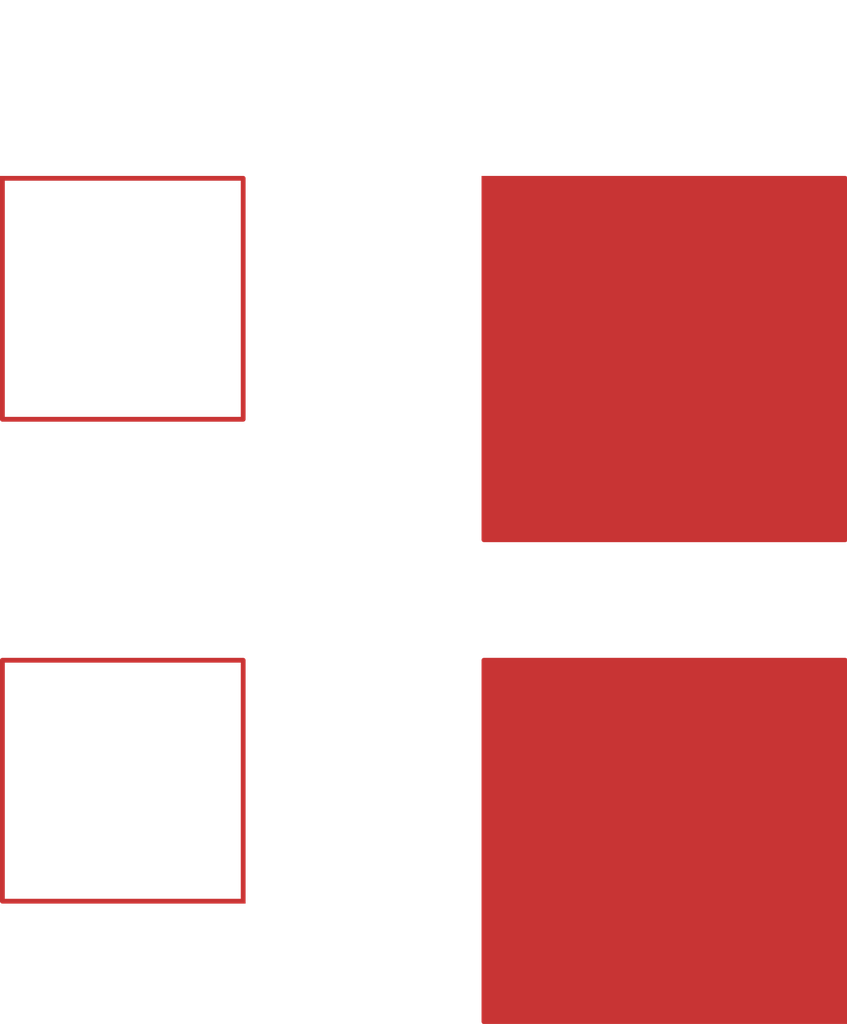
<source format=kicad_pcb>
(kicad_pcb
	(version 20240108)
	(generator "pcbnew")
	(generator_version "8.0")
	(general
		(thickness 1.6)
		(legacy_teardrops no)
	)
	(paper "A4")
	(layers
		(0 "F.Cu" signal)
		(31 "B.Cu" signal)
		(32 "B.Adhes" user "B.Adhesive")
		(33 "F.Adhes" user "F.Adhesive")
		(34 "B.Paste" user)
		(35 "F.Paste" user)
		(36 "B.SilkS" user "B.Silkscreen")
		(37 "F.SilkS" user "F.Silkscreen")
		(38 "B.Mask" user)
		(39 "F.Mask" user)
		(40 "Dwgs.User" user "User.Drawings")
		(41 "Cmts.User" user "User.Comments")
		(42 "Eco1.User" user "User.Eco1")
		(43 "Eco2.User" user "User.Eco2")
		(44 "Edge.Cuts" user)
		(45 "Margin" user)
		(46 "B.CrtYd" user "B.Courtyard")
		(47 "F.CrtYd" user "F.Courtyard")
		(48 "B.Fab" user)
		(49 "F.Fab" user)
		(50 "User.1" user)
		(51 "User.2" user)
		(52 "User.3" user)
		(53 "User.4" user)
		(54 "User.5" user)
		(55 "User.6" user)
		(56 "User.7" user)
		(57 "User.8" user)
		(58 "User.9" user)
	)
	(setup
		(pad_to_mask_clearance 0)
		(allow_soldermask_bridges_in_footprints no)
		(pcbplotparams
			(layerselection 0x00010fc_ffffffff)
			(plot_on_all_layers_selection 0x0000000_00000000)
			(disableapertmacros no)
			(usegerberextensions no)
			(usegerberattributes yes)
			(usegerberadvancedattributes yes)
			(creategerberjobfile yes)
			(dashed_line_dash_ratio 12.000000)
			(dashed_line_gap_ratio 3.000000)
			(svgprecision 4)
			(plotframeref no)
			(viasonmask no)
			(mode 1)
			(useauxorigin no)
			(hpglpennumber 1)
			(hpglpenspeed 20)
			(hpglpendiameter 15.000000)
			(pdf_front_fp_property_popups yes)
			(pdf_back_fp_property_popups yes)
			(dxfpolygonmode yes)
			(dxfimperialunits yes)
			(dxfusepcbnewfont yes)
			(psnegative no)
			(psa4output no)
			(plotreference yes)
			(plotvalue yes)
			(plotfptext yes)
			(plotinvisibletext no)
			(sketchpadsonfab no)
			(subtractmaskfromsilk no)
			(outputformat 1)
			(mirror no)
			(drillshape 1)
			(scaleselection 1)
			(outputdirectory "")
		)
	)
	(net 0 "")
	(gr_poly
		(pts
			(xy 145 85) (xy 160 85) (xy 160 100) (xy 145 100)
		)
		(stroke
			(width 0.2)
			(type solid)
		)
		(fill solid)
		(layer "F.Cu")
		(uuid "65596b4f-7b03-48e9-8be7-5824316ea7fd")
	)
	(gr_poly
		(pts
			(xy 125 85) (xy 135 85) (xy 135 95) (xy 125 95)
		)
		(stroke
			(width 0.2)
			(type solid)
		)
		(fill none)
		(layer "F.Cu")
		(uuid "cf265305-49c9-43d8-bb2a-ad34997b22d6")
	)
	(gr_rect
		(start 145 65)
		(end 160 80)
		(stroke
			(width 0.2)
			(type solid)
		)
		(fill solid)
		(layer "F.Cu")
		(uuid "d0669ae2-442f-427f-af0f-bc3008af779a")
	)
	(gr_rect
		(start 125 65)
		(end 135 75)
		(stroke
			(width 0.2)
			(type default)
		)
		(fill none)
		(layer "F.Cu")
		(uuid "fd1649a3-9a92-4dd3-96b4-88469cb257ba")
	)
	(gr_text "Fill"
		(at 150 60 0)
		(layer "Cmts.User")
		(uuid "435629a4-8d9c-4e90-ada3-ce9fb5233170")
		(effects
			(font
				(size 1.5 1.5)
				(thickness 0.3)
				(bold yes)
			)
			(justify bottom)
		)
	)
	(gr_text "No fill"
		(at 130 60 0)
		(layer "Cmts.User")
		(uuid "ef55c2a1-fcfc-4a00-81d3-37a24bf772bc")
		(effects
			(font
				(size 1.5 1.5)
				(thickness 0.3)
				(bold yes)
			)
			(justify bottom)
		)
	)
)

</source>
